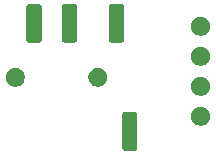
<source format=gbr>
G04 #@! TF.GenerationSoftware,KiCad,Pcbnew,(5.1.5)-3*
G04 #@! TF.CreationDate,2020-12-21T12:14:11+01:00*
G04 #@! TF.ProjectId,epimetheus_bme280_alt,6570696d-6574-4686-9575-735f626d6532,rev?*
G04 #@! TF.SameCoordinates,Original*
G04 #@! TF.FileFunction,Soldermask,Top*
G04 #@! TF.FilePolarity,Negative*
%FSLAX46Y46*%
G04 Gerber Fmt 4.6, Leading zero omitted, Abs format (unit mm)*
G04 Created by KiCad (PCBNEW (5.1.5)-3) date 2020-12-21 12:14:11*
%MOMM*%
%LPD*%
G04 APERTURE LIST*
%ADD10C,0.100000*%
G04 APERTURE END LIST*
D10*
G36*
X173512192Y-33914646D02*
G01*
X173561414Y-33929578D01*
X173606778Y-33953826D01*
X173646542Y-33986458D01*
X173679174Y-34026222D01*
X173703422Y-34071586D01*
X173718354Y-34120808D01*
X173724000Y-34178140D01*
X173724000Y-36941860D01*
X173718354Y-36999192D01*
X173703422Y-37048414D01*
X173679174Y-37093778D01*
X173646542Y-37133542D01*
X173606778Y-37166174D01*
X173561414Y-37190422D01*
X173512192Y-37205354D01*
X173454860Y-37211000D01*
X172691140Y-37211000D01*
X172633808Y-37205354D01*
X172584586Y-37190422D01*
X172539222Y-37166174D01*
X172499458Y-37133542D01*
X172466826Y-37093778D01*
X172442578Y-37048414D01*
X172427646Y-36999192D01*
X172422000Y-36941860D01*
X172422000Y-34178140D01*
X172427646Y-34120808D01*
X172442578Y-34071586D01*
X172466826Y-34026222D01*
X172499458Y-33986458D01*
X172539222Y-33953826D01*
X172584586Y-33929578D01*
X172633808Y-33914646D01*
X172691140Y-33909000D01*
X173454860Y-33909000D01*
X173512192Y-33914646D01*
G37*
G36*
X179307142Y-33508242D02*
G01*
X179455101Y-33569529D01*
X179588255Y-33658499D01*
X179701501Y-33771745D01*
X179790471Y-33904899D01*
X179851758Y-34052858D01*
X179883000Y-34209925D01*
X179883000Y-34370075D01*
X179851758Y-34527142D01*
X179790471Y-34675101D01*
X179701501Y-34808255D01*
X179588255Y-34921501D01*
X179455101Y-35010471D01*
X179307142Y-35071758D01*
X179150075Y-35103000D01*
X178989925Y-35103000D01*
X178832858Y-35071758D01*
X178684899Y-35010471D01*
X178551745Y-34921501D01*
X178438499Y-34808255D01*
X178349529Y-34675101D01*
X178288242Y-34527142D01*
X178257000Y-34370075D01*
X178257000Y-34209925D01*
X178288242Y-34052858D01*
X178349529Y-33904899D01*
X178438499Y-33771745D01*
X178551745Y-33658499D01*
X178684899Y-33569529D01*
X178832858Y-33508242D01*
X178989925Y-33477000D01*
X179150075Y-33477000D01*
X179307142Y-33508242D01*
G37*
G36*
X179307142Y-30968242D02*
G01*
X179455101Y-31029529D01*
X179588255Y-31118499D01*
X179701501Y-31231745D01*
X179790471Y-31364899D01*
X179851758Y-31512858D01*
X179883000Y-31669925D01*
X179883000Y-31830075D01*
X179851758Y-31987142D01*
X179790471Y-32135101D01*
X179701501Y-32268255D01*
X179588255Y-32381501D01*
X179455101Y-32470471D01*
X179307142Y-32531758D01*
X179150075Y-32563000D01*
X178989925Y-32563000D01*
X178832858Y-32531758D01*
X178684899Y-32470471D01*
X178551745Y-32381501D01*
X178438499Y-32268255D01*
X178349529Y-32135101D01*
X178288242Y-31987142D01*
X178257000Y-31830075D01*
X178257000Y-31669925D01*
X178288242Y-31512858D01*
X178349529Y-31364899D01*
X178438499Y-31231745D01*
X178551745Y-31118499D01*
X178684899Y-31029529D01*
X178832858Y-30968242D01*
X178989925Y-30937000D01*
X179150075Y-30937000D01*
X179307142Y-30968242D01*
G37*
G36*
X163606642Y-30217781D02*
G01*
X163752414Y-30278162D01*
X163752416Y-30278163D01*
X163883608Y-30365822D01*
X163995178Y-30477392D01*
X164082837Y-30608584D01*
X164082838Y-30608586D01*
X164143219Y-30754358D01*
X164174000Y-30909107D01*
X164174000Y-31066893D01*
X164143219Y-31221642D01*
X164139034Y-31231745D01*
X164082837Y-31367416D01*
X163995178Y-31498608D01*
X163883608Y-31610178D01*
X163752416Y-31697837D01*
X163752415Y-31697838D01*
X163752414Y-31697838D01*
X163606642Y-31758219D01*
X163451893Y-31789000D01*
X163294107Y-31789000D01*
X163139358Y-31758219D01*
X162993586Y-31697838D01*
X162993585Y-31697838D01*
X162993584Y-31697837D01*
X162862392Y-31610178D01*
X162750822Y-31498608D01*
X162663163Y-31367416D01*
X162606966Y-31231745D01*
X162602781Y-31221642D01*
X162572000Y-31066893D01*
X162572000Y-30909107D01*
X162602781Y-30754358D01*
X162663162Y-30608586D01*
X162663163Y-30608584D01*
X162750822Y-30477392D01*
X162862392Y-30365822D01*
X162993584Y-30278163D01*
X162993586Y-30278162D01*
X163139358Y-30217781D01*
X163294107Y-30187000D01*
X163451893Y-30187000D01*
X163606642Y-30217781D01*
G37*
G36*
X170606642Y-30217781D02*
G01*
X170752414Y-30278162D01*
X170752416Y-30278163D01*
X170883608Y-30365822D01*
X170995178Y-30477392D01*
X171082837Y-30608584D01*
X171082838Y-30608586D01*
X171143219Y-30754358D01*
X171174000Y-30909107D01*
X171174000Y-31066893D01*
X171143219Y-31221642D01*
X171139034Y-31231745D01*
X171082837Y-31367416D01*
X170995178Y-31498608D01*
X170883608Y-31610178D01*
X170752416Y-31697837D01*
X170752415Y-31697838D01*
X170752414Y-31697838D01*
X170606642Y-31758219D01*
X170451893Y-31789000D01*
X170294107Y-31789000D01*
X170139358Y-31758219D01*
X169993586Y-31697838D01*
X169993585Y-31697838D01*
X169993584Y-31697837D01*
X169862392Y-31610178D01*
X169750822Y-31498608D01*
X169663163Y-31367416D01*
X169606966Y-31231745D01*
X169602781Y-31221642D01*
X169572000Y-31066893D01*
X169572000Y-30909107D01*
X169602781Y-30754358D01*
X169663162Y-30608586D01*
X169663163Y-30608584D01*
X169750822Y-30477392D01*
X169862392Y-30365822D01*
X169993584Y-30278163D01*
X169993586Y-30278162D01*
X170139358Y-30217781D01*
X170294107Y-30187000D01*
X170451893Y-30187000D01*
X170606642Y-30217781D01*
G37*
G36*
X179307142Y-28428242D02*
G01*
X179455101Y-28489529D01*
X179588255Y-28578499D01*
X179701501Y-28691745D01*
X179790471Y-28824899D01*
X179851758Y-28972858D01*
X179883000Y-29129925D01*
X179883000Y-29290075D01*
X179851758Y-29447142D01*
X179790471Y-29595101D01*
X179701501Y-29728255D01*
X179588255Y-29841501D01*
X179455101Y-29930471D01*
X179307142Y-29991758D01*
X179150075Y-30023000D01*
X178989925Y-30023000D01*
X178832858Y-29991758D01*
X178684899Y-29930471D01*
X178551745Y-29841501D01*
X178438499Y-29728255D01*
X178349529Y-29595101D01*
X178288242Y-29447142D01*
X178257000Y-29290075D01*
X178257000Y-29129925D01*
X178288242Y-28972858D01*
X178349529Y-28824899D01*
X178438499Y-28691745D01*
X178551745Y-28578499D01*
X178684899Y-28489529D01*
X178832858Y-28428242D01*
X178989925Y-28397000D01*
X179150075Y-28397000D01*
X179307142Y-28428242D01*
G37*
G36*
X172397192Y-24770646D02*
G01*
X172446414Y-24785578D01*
X172491778Y-24809826D01*
X172531542Y-24842458D01*
X172564174Y-24882222D01*
X172588422Y-24927586D01*
X172603354Y-24976808D01*
X172609000Y-25034140D01*
X172609000Y-27797860D01*
X172603354Y-27855192D01*
X172588422Y-27904414D01*
X172564174Y-27949778D01*
X172531542Y-27989542D01*
X172491778Y-28022174D01*
X172446414Y-28046422D01*
X172397192Y-28061354D01*
X172339860Y-28067000D01*
X171576140Y-28067000D01*
X171518808Y-28061354D01*
X171469586Y-28046422D01*
X171424222Y-28022174D01*
X171384458Y-27989542D01*
X171351826Y-27949778D01*
X171327578Y-27904414D01*
X171312646Y-27855192D01*
X171307000Y-27797860D01*
X171307000Y-25034140D01*
X171312646Y-24976808D01*
X171327578Y-24927586D01*
X171351826Y-24882222D01*
X171384458Y-24842458D01*
X171424222Y-24809826D01*
X171469586Y-24785578D01*
X171518808Y-24770646D01*
X171576140Y-24765000D01*
X172339860Y-24765000D01*
X172397192Y-24770646D01*
G37*
G36*
X168412192Y-24770646D02*
G01*
X168461414Y-24785578D01*
X168506778Y-24809826D01*
X168546542Y-24842458D01*
X168579174Y-24882222D01*
X168603422Y-24927586D01*
X168618354Y-24976808D01*
X168624000Y-25034140D01*
X168624000Y-27797860D01*
X168618354Y-27855192D01*
X168603422Y-27904414D01*
X168579174Y-27949778D01*
X168546542Y-27989542D01*
X168506778Y-28022174D01*
X168461414Y-28046422D01*
X168412192Y-28061354D01*
X168354860Y-28067000D01*
X167591140Y-28067000D01*
X167533808Y-28061354D01*
X167484586Y-28046422D01*
X167439222Y-28022174D01*
X167399458Y-27989542D01*
X167366826Y-27949778D01*
X167342578Y-27904414D01*
X167327646Y-27855192D01*
X167322000Y-27797860D01*
X167322000Y-25034140D01*
X167327646Y-24976808D01*
X167342578Y-24927586D01*
X167366826Y-24882222D01*
X167399458Y-24842458D01*
X167439222Y-24809826D01*
X167484586Y-24785578D01*
X167533808Y-24770646D01*
X167591140Y-24765000D01*
X168354860Y-24765000D01*
X168412192Y-24770646D01*
G37*
G36*
X165412192Y-24770646D02*
G01*
X165461414Y-24785578D01*
X165506778Y-24809826D01*
X165546542Y-24842458D01*
X165579174Y-24882222D01*
X165603422Y-24927586D01*
X165618354Y-24976808D01*
X165624000Y-25034140D01*
X165624000Y-27797860D01*
X165618354Y-27855192D01*
X165603422Y-27904414D01*
X165579174Y-27949778D01*
X165546542Y-27989542D01*
X165506778Y-28022174D01*
X165461414Y-28046422D01*
X165412192Y-28061354D01*
X165354860Y-28067000D01*
X164591140Y-28067000D01*
X164533808Y-28061354D01*
X164484586Y-28046422D01*
X164439222Y-28022174D01*
X164399458Y-27989542D01*
X164366826Y-27949778D01*
X164342578Y-27904414D01*
X164327646Y-27855192D01*
X164322000Y-27797860D01*
X164322000Y-25034140D01*
X164327646Y-24976808D01*
X164342578Y-24927586D01*
X164366826Y-24882222D01*
X164399458Y-24842458D01*
X164439222Y-24809826D01*
X164484586Y-24785578D01*
X164533808Y-24770646D01*
X164591140Y-24765000D01*
X165354860Y-24765000D01*
X165412192Y-24770646D01*
G37*
G36*
X179307142Y-25888242D02*
G01*
X179455101Y-25949529D01*
X179588255Y-26038499D01*
X179701501Y-26151745D01*
X179790471Y-26284899D01*
X179851758Y-26432858D01*
X179883000Y-26589925D01*
X179883000Y-26750075D01*
X179851758Y-26907142D01*
X179790471Y-27055101D01*
X179701501Y-27188255D01*
X179588255Y-27301501D01*
X179455101Y-27390471D01*
X179307142Y-27451758D01*
X179150075Y-27483000D01*
X178989925Y-27483000D01*
X178832858Y-27451758D01*
X178684899Y-27390471D01*
X178551745Y-27301501D01*
X178438499Y-27188255D01*
X178349529Y-27055101D01*
X178288242Y-26907142D01*
X178257000Y-26750075D01*
X178257000Y-26589925D01*
X178288242Y-26432858D01*
X178349529Y-26284899D01*
X178438499Y-26151745D01*
X178551745Y-26038499D01*
X178684899Y-25949529D01*
X178832858Y-25888242D01*
X178989925Y-25857000D01*
X179150075Y-25857000D01*
X179307142Y-25888242D01*
G37*
M02*

</source>
